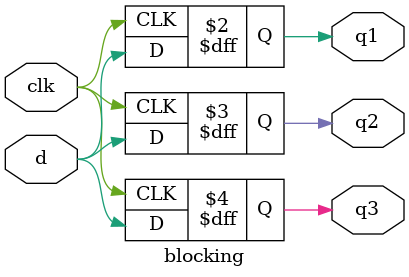
<source format=sv>
module blocking (input logic clk, d, output logic q1, q2, q3);
    always_ff @(posedge clk) begin
        q1 = d;
        q2 = q1;
        q3 = q2;
    end 
endmodule


</source>
